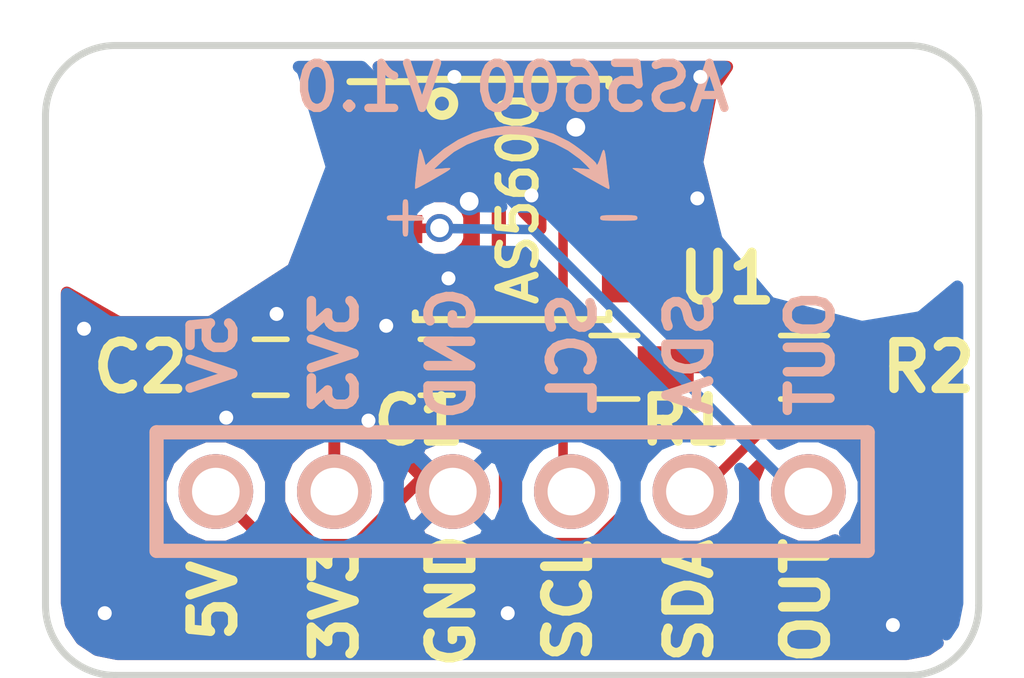
<source format=kicad_pcb>
(kicad_pcb (version 20171130) (host pcbnew "(5.1.9)-1")

  (general
    (thickness 1.6)
    (drawings 22)
    (tracks 76)
    (zones 0)
    (modules 22)
    (nets 7)
  )

  (page A4)
  (layers
    (0 F.Cu signal)
    (31 B.Cu signal)
    (32 B.Adhes user)
    (33 F.Adhes user)
    (34 B.Paste user)
    (35 F.Paste user)
    (36 B.SilkS user)
    (37 F.SilkS user)
    (38 B.Mask user)
    (39 F.Mask user)
    (40 Dwgs.User user)
    (41 Cmts.User user)
    (42 Eco1.User user)
    (43 Eco2.User user)
    (44 Edge.Cuts user)
    (45 Margin user)
    (46 B.CrtYd user)
    (47 F.CrtYd user)
    (48 B.Fab user)
    (49 F.Fab user)
  )

  (setup
    (last_trace_width 0.2032)
    (trace_clearance 0.1778)
    (zone_clearance 0.254)
    (zone_45_only no)
    (trace_min 0.2)
    (via_size 0.6)
    (via_drill 0.4)
    (via_min_size 0.4)
    (via_min_drill 0.3)
    (uvia_size 0.3)
    (uvia_drill 0.1)
    (uvias_allowed no)
    (uvia_min_size 0.2)
    (uvia_min_drill 0.1)
    (edge_width 0.15)
    (segment_width 0.2)
    (pcb_text_width 0.3)
    (pcb_text_size 1.5 1.5)
    (mod_edge_width 0.15)
    (mod_text_size 1 1)
    (mod_text_width 0.15)
    (pad_size 0.6 0.6)
    (pad_drill 0.3)
    (pad_to_mask_clearance 0.2)
    (aux_axis_origin 30 120)
    (grid_origin 30 120)
    (visible_elements 7FFFFF7F)
    (pcbplotparams
      (layerselection 0x010f0_80000001)
      (usegerberextensions true)
      (usegerberattributes true)
      (usegerberadvancedattributes true)
      (creategerberjobfile true)
      (excludeedgelayer true)
      (linewidth 0.100000)
      (plotframeref false)
      (viasonmask false)
      (mode 1)
      (useauxorigin false)
      (hpglpennumber 1)
      (hpglpenspeed 20)
      (hpglpendiameter 15.000000)
      (psnegative false)
      (psa4output false)
      (plotreference true)
      (plotvalue true)
      (plotinvisibletext false)
      (padsonsilk false)
      (subtractmaskfromsilk true)
      (outputformat 1)
      (mirror false)
      (drillshape 0)
      (scaleselection 1)
      (outputdirectory "gerber/"))
  )

  (net 0 "")
  (net 1 +5V)
  (net 2 GND)
  (net 3 +3V3)
  (net 4 /OUT)
  (net 5 /SDA)
  (net 6 /SCL)

  (net_class Default "これは標準のネット クラスです。"
    (clearance 0.1778)
    (trace_width 0.2032)
    (via_dia 0.6)
    (via_drill 0.4)
    (uvia_dia 0.3)
    (uvia_drill 0.1)
    (add_net /OUT)
    (add_net /SCL)
    (add_net /SDA)
  )

  (net_class Power ""
    (clearance 0.1778)
    (trace_width 0.254)
    (via_dia 0.6)
    (via_drill 0.4)
    (uvia_dia 0.3)
    (uvia_drill 0.1)
    (add_net GND)
  )

  (net_class Power2 ""
    (clearance 0.1778)
    (trace_width 0.3048)
    (via_dia 0.7112)
    (via_drill 0.4572)
    (uvia_dia 0.3)
    (uvia_drill 0.1)
    (add_net +3V3)
    (add_net +5V)
  )

  (module user:USER_GNDvia (layer F.Cu) (tedit 597D569E) (tstamp 597DCCA3)
    (at 39.906 118.6665)
    (fp_text reference "" (at 0 0.5) (layer F.Fab) hide
      (effects (font (size 0.127 0.127) (thickness 0.03175)))
    )
    (fp_text value "" (at 0 -0.5) (layer F.Fab) hide
      (effects (font (size 0.127 0.127) (thickness 0.03175)))
    )
    (pad "" thru_hole circle (at 0 0) (size 0.6 0.6) (drill 0.3) (layers *.Cu)
      (net 2 GND) (solder_mask_margin -0.000001) (clearance -0.000001) (zone_connect 2))
  )

  (module user:USER_GNDvia (layer F.Cu) (tedit 597D580D) (tstamp 597DCC8E)
    (at 34.6355 114.6025)
    (fp_text reference "" (at 0 0.5) (layer F.Fab) hide
      (effects (font (size 0.127 0.127) (thickness 0.03175)))
    )
    (fp_text value "" (at 0 -0.5) (layer F.Fab) hide
      (effects (font (size 0.127 0.127) (thickness 0.03175)))
    )
    (pad "" thru_hole circle (at -0.762 -0.127) (size 0.6 0.6) (drill 0.3) (layers *.Cu)
      (net 2 GND) (solder_mask_margin -0.000001) (clearance -0.000001) (zone_connect 2))
  )

  (module user:USER_GNDvia (layer F.Cu) (tedit 597D569E) (tstamp 597DCC82)
    (at 37.3025 112.507)
    (fp_text reference "" (at 0 0.5) (layer F.Fab) hide
      (effects (font (size 0.127 0.127) (thickness 0.03175)))
    )
    (fp_text value "" (at 0 -0.5) (layer F.Fab) hide
      (effects (font (size 0.127 0.127) (thickness 0.03175)))
    )
    (pad "" thru_hole circle (at 0 0) (size 0.6 0.6) (drill 0.3) (layers *.Cu)
      (net 2 GND) (solder_mask_margin -0.000001) (clearance -0.000001) (zone_connect 2))
  )

  (module user:USER_GNDvia (layer F.Cu) (tedit 597D569E) (tstamp 597DCC7D)
    (at 38.636 111.491)
    (fp_text reference "" (at 0 0.5) (layer F.Fab) hide
      (effects (font (size 0.127 0.127) (thickness 0.03175)))
    )
    (fp_text value "" (at 0 -0.5) (layer F.Fab) hide
      (effects (font (size 0.127 0.127) (thickness 0.03175)))
    )
    (pad "" thru_hole circle (at 0 0) (size 0.6 0.6) (drill 0.3) (layers *.Cu)
      (net 2 GND) (solder_mask_margin -0.000001) (clearance -0.000001) (zone_connect 2))
  )

  (module user:USER_GNDvia (layer F.Cu) (tedit 597D5871) (tstamp 597DCC78)
    (at 34.445 112.3165)
    (fp_text reference "" (at 0 0.5) (layer F.Fab) hide
      (effects (font (size 0.127 0.127) (thickness 0.03175)))
    )
    (fp_text value "" (at 0 -0.5) (layer F.Fab) hide
      (effects (font (size 0.127 0.127) (thickness 0.03175)))
    )
    (pad "" thru_hole circle (at 0.508 -0.0635) (size 0.6 0.6) (drill 0.3) (layers *.Cu)
      (net 2 GND) (solder_mask_margin -0.000001) (clearance -0.000001) (zone_connect 2))
  )

  (module user:USER_GNDvia (layer F.Cu) (tedit 597D569E) (tstamp 597DCC73)
    (at 36.9215 114.539)
    (fp_text reference "" (at 0 0.5) (layer F.Fab) hide
      (effects (font (size 0.127 0.127) (thickness 0.03175)))
    )
    (fp_text value "" (at 0 -0.5) (layer F.Fab) hide
      (effects (font (size 0.127 0.127) (thickness 0.03175)))
    )
    (pad "" thru_hole circle (at 0 0) (size 0.6 0.6) (drill 0.3) (layers *.Cu)
      (net 2 GND) (solder_mask_margin -0.000001) (clearance -0.000001) (zone_connect 2))
  )

  (module user:USER_GNDvia (layer F.Cu) (tedit 597D569E) (tstamp 597DCC6E)
    (at 30.8255 112.5705)
    (fp_text reference "" (at 0 0.5) (layer F.Fab) hide
      (effects (font (size 0.127 0.127) (thickness 0.03175)))
    )
    (fp_text value "" (at 0 -0.5) (layer F.Fab) hide
      (effects (font (size 0.127 0.127) (thickness 0.03175)))
    )
    (pad "" thru_hole circle (at 0 0) (size 0.6 0.6) (drill 0.3) (layers *.Cu)
      (net 2 GND) (solder_mask_margin -0.000001) (clearance -0.000001) (zone_connect 2))
  )

  (module user:USER_GNDvia (layer F.Cu) (tedit 597D569E) (tstamp 597DCC69)
    (at 31.27 118.6665)
    (fp_text reference "" (at 0 0.5) (layer F.Fab) hide
      (effects (font (size 0.127 0.127) (thickness 0.03175)))
    )
    (fp_text value "" (at 0 -0.5) (layer F.Fab) hide
      (effects (font (size 0.127 0.127) (thickness 0.03175)))
    )
    (pad "" thru_hole circle (at 0 0) (size 0.6 0.6) (drill 0.3) (layers *.Cu)
      (net 2 GND) (solder_mask_margin -0.000001) (clearance -0.000001) (zone_connect 2))
  )

  (module user:USER_GNDvia (layer F.Cu) (tedit 597D569E) (tstamp 597DCC5F)
    (at 48.161 118.9205)
    (fp_text reference "" (at 0 0.5) (layer F.Fab) hide
      (effects (font (size 0.127 0.127) (thickness 0.03175)))
    )
    (fp_text value "" (at 0 -0.5) (layer F.Fab) hide
      (effects (font (size 0.127 0.127) (thickness 0.03175)))
    )
    (pad "" thru_hole circle (at 0 0) (size 0.6 0.6) (drill 0.3) (layers *.Cu)
      (net 2 GND) (solder_mask_margin -0.000001) (clearance -0.000001) (zone_connect 2))
  )

  (module user:USER_GNDvia (layer F.Cu) (tedit 597D569E) (tstamp 597DCC53)
    (at 40.414 109.713)
    (fp_text reference "" (at 0 0.5) (layer F.Fab) hide
      (effects (font (size 0.127 0.127) (thickness 0.03175)))
    )
    (fp_text value "" (at 0 -0.5) (layer F.Fab) hide
      (effects (font (size 0.127 0.127) (thickness 0.03175)))
    )
    (pad "" thru_hole circle (at 0 0) (size 0.6 0.6) (drill 0.3) (layers *.Cu)
      (net 2 GND) (solder_mask_margin -0.000001) (clearance -0.000001) (zone_connect 2))
  )

  (module user:USER_GNDvia (layer F.Cu) (tedit 597D569E) (tstamp 597DCC4E)
    (at 38.763 107.173)
    (fp_text reference "" (at 0 0.5) (layer F.Fab) hide
      (effects (font (size 0.127 0.127) (thickness 0.03175)))
    )
    (fp_text value "" (at 0 -0.5) (layer F.Fab) hide
      (effects (font (size 0.127 0.127) (thickness 0.03175)))
    )
    (pad "" thru_hole circle (at 0 0) (size 0.6 0.6) (drill 0.3) (layers *.Cu)
      (net 2 GND) (solder_mask_margin -0.000001) (clearance -0.000001) (zone_connect 2))
  )

  (module user:USER_GNDvia (layer F.Cu) (tedit 597D569E) (tstamp 597DCC43)
    (at 43.97 109.7765)
    (fp_text reference "" (at 0 0.5) (layer F.Fab) hide
      (effects (font (size 0.127 0.127) (thickness 0.03175)))
    )
    (fp_text value "" (at 0 -0.5) (layer F.Fab) hide
      (effects (font (size 0.127 0.127) (thickness 0.03175)))
    )
    (pad "" thru_hole circle (at 0 0) (size 0.6 0.6) (drill 0.3) (layers *.Cu)
      (net 2 GND) (solder_mask_margin -0.000001) (clearance -0.000001) (zone_connect 2))
  )

  (module Capacitors_SMD:C_0603_HandSoldering placed (layer F.Cu) (tedit 59742668) (tstamp 594FA25D)
    (at 38.382 113.396 180)
    (descr "Capacitor SMD 0603, hand soldering")
    (tags "capacitor 0603")
    (path /594F4454)
    (attr smd)
    (fp_text reference C1 (at 0.381 -1.143 180) (layer F.SilkS)
      (effects (font (size 0.9652 0.9652) (thickness 0.2032)))
    )
    (fp_text value 0.1u (at 0 1.5 180) (layer F.Fab) hide
      (effects (font (size 1 1) (thickness 0.15)))
    )
    (fp_line (start 1.8 0.65) (end -1.8 0.65) (layer F.CrtYd) (width 0.05))
    (fp_line (start 1.8 0.65) (end 1.8 -0.65) (layer F.CrtYd) (width 0.05))
    (fp_line (start -1.8 -0.65) (end -1.8 0.65) (layer F.CrtYd) (width 0.05))
    (fp_line (start -1.8 -0.65) (end 1.8 -0.65) (layer F.CrtYd) (width 0.05))
    (fp_line (start 0.35 0.6) (end -0.35 0.6) (layer F.SilkS) (width 0.12))
    (fp_line (start -0.35 -0.6) (end 0.35 -0.6) (layer F.SilkS) (width 0.12))
    (fp_line (start -0.8 -0.4) (end 0.8 -0.4) (layer F.Fab) (width 0.1))
    (fp_line (start 0.8 -0.4) (end 0.8 0.4) (layer F.Fab) (width 0.1))
    (fp_line (start 0.8 0.4) (end -0.8 0.4) (layer F.Fab) (width 0.1))
    (fp_line (start -0.8 0.4) (end -0.8 -0.4) (layer F.Fab) (width 0.1))
    (fp_text user %R (at 0 -1.25 180) (layer F.Fab) hide
      (effects (font (size 1 1) (thickness 0.15)))
    )
    (pad 1 smd rect (at -0.95 0 180) (size 1.2 0.75) (layers F.Cu F.Paste F.Mask)
      (net 1 +5V))
    (pad 2 smd rect (at 0.95 0 180) (size 1.2 0.75) (layers F.Cu F.Paste F.Mask)
      (net 2 GND))
    (model Capacitors_SMD.3dshapes/C_0603.wrl
      (at (xyz 0 0 0))
      (scale (xyz 1 1 1))
      (rotate (xyz 0 0 0))
    )
  )

  (module Capacitors_SMD:C_0603_HandSoldering placed (layer F.Cu) (tedit 59742313) (tstamp 594FA26E)
    (at 34.826 113.396 180)
    (descr "Capacitor SMD 0603, hand soldering")
    (tags "capacitor 0603")
    (path /594F4545)
    (attr smd)
    (fp_text reference C2 (at 2.794 0) (layer F.SilkS)
      (effects (font (size 1.016 1.016) (thickness 0.2032)))
    )
    (fp_text value 1u (at 0 1.5 180) (layer F.Fab) hide
      (effects (font (size 1 1) (thickness 0.15)))
    )
    (fp_line (start 1.8 0.65) (end -1.8 0.65) (layer F.CrtYd) (width 0.05))
    (fp_line (start 1.8 0.65) (end 1.8 -0.65) (layer F.CrtYd) (width 0.05))
    (fp_line (start -1.8 -0.65) (end -1.8 0.65) (layer F.CrtYd) (width 0.05))
    (fp_line (start -1.8 -0.65) (end 1.8 -0.65) (layer F.CrtYd) (width 0.05))
    (fp_line (start 0.35 0.6) (end -0.35 0.6) (layer F.SilkS) (width 0.12))
    (fp_line (start -0.35 -0.6) (end 0.35 -0.6) (layer F.SilkS) (width 0.12))
    (fp_line (start -0.8 -0.4) (end 0.8 -0.4) (layer F.Fab) (width 0.1))
    (fp_line (start 0.8 -0.4) (end 0.8 0.4) (layer F.Fab) (width 0.1))
    (fp_line (start 0.8 0.4) (end -0.8 0.4) (layer F.Fab) (width 0.1))
    (fp_line (start -0.8 0.4) (end -0.8 -0.4) (layer F.Fab) (width 0.1))
    (fp_text user %R (at 0 -1.25 180) (layer F.Fab) hide
      (effects (font (size 1 1) (thickness 0.15)))
    )
    (pad 1 smd rect (at -0.95 0 180) (size 1.2 0.75) (layers F.Cu F.Paste F.Mask)
      (net 3 +3V3))
    (pad 2 smd rect (at 0.95 0 180) (size 1.2 0.75) (layers F.Cu F.Paste F.Mask)
      (net 2 GND))
    (model Capacitors_SMD.3dshapes/C_0603.wrl
      (at (xyz 0 0 0))
      (scale (xyz 1 1 1))
      (rotate (xyz 0 0 0))
    )
  )

  (module Housings_SOIC:SOIC-8_3.9x4.9mm_Pitch1.27mm locked placed (layer F.Cu) (tedit 597D5911) (tstamp 594FA28B)
    (at 40 109.8)
    (descr "8-Lead Plastic Small Outline (SN) - Narrow, 3.90 mm Body [SOIC] (see Microchip Packaging Specification 00000049BS.pdf)")
    (tags "SOIC 1.27")
    (path /594F3E3A)
    (attr smd)
    (fp_text reference U1 (at 4.605 1.691) (layer F.SilkS)
      (effects (font (size 1.016 1.016) (thickness 0.2032)))
    )
    (fp_text value AS5600 (at 0.132 -0.016 90) (layer F.SilkS)
      (effects (font (size 0.8 0.8) (thickness 0.15)))
    )
    (fp_line (start -2.075 -2.525) (end -3.475 -2.525) (layer F.SilkS) (width 0.15))
    (fp_line (start -2.075 2.575) (end 2.075 2.575) (layer F.SilkS) (width 0.15))
    (fp_line (start -2.075 -2.575) (end 2.075 -2.575) (layer F.SilkS) (width 0.15))
    (fp_line (start -2.075 2.575) (end -2.075 2.43) (layer F.SilkS) (width 0.15))
    (fp_line (start 2.075 2.575) (end 2.075 2.43) (layer F.SilkS) (width 0.15))
    (fp_line (start 2.075 -2.575) (end 2.075 -2.43) (layer F.SilkS) (width 0.15))
    (fp_line (start -2.075 -2.575) (end -2.075 -2.525) (layer F.SilkS) (width 0.15))
    (fp_line (start -3.73 2.7) (end 3.73 2.7) (layer F.CrtYd) (width 0.05))
    (fp_line (start -3.73 -2.7) (end 3.73 -2.7) (layer F.CrtYd) (width 0.05))
    (fp_line (start 3.73 -2.7) (end 3.73 2.7) (layer F.CrtYd) (width 0.05))
    (fp_line (start -3.73 -2.7) (end -3.73 2.7) (layer F.CrtYd) (width 0.05))
    (fp_line (start -1.95 -1.45) (end -0.95 -2.45) (layer F.Fab) (width 0.1))
    (fp_line (start -1.95 2.45) (end -1.95 -1.45) (layer F.Fab) (width 0.1))
    (fp_line (start 1.95 2.45) (end -1.95 2.45) (layer F.Fab) (width 0.1))
    (fp_line (start 1.95 -2.45) (end 1.95 2.45) (layer F.Fab) (width 0.1))
    (fp_line (start -0.95 -2.45) (end 1.95 -2.45) (layer F.Fab) (width 0.1))
    (fp_text user %R (at 0.132 -0.016) (layer F.Fab) hide
      (effects (font (size 0.762 0.762) (thickness 0.15)))
    )
    (pad 1 smd rect (at -2.7 -1.905) (size 1.55 0.6) (layers F.Cu F.Paste F.Mask)
      (net 1 +5V))
    (pad 2 smd rect (at -2.7 -0.635) (size 1.55 0.6) (layers F.Cu F.Paste F.Mask)
      (net 3 +3V3))
    (pad 3 smd rect (at -2.7 0.635) (size 1.55 0.6) (layers F.Cu F.Paste F.Mask)
      (net 4 /OUT))
    (pad 4 smd rect (at -2.7 1.905) (size 1.55 0.6) (layers F.Cu F.Paste F.Mask)
      (net 2 GND))
    (pad 5 smd rect (at 2.7 1.905) (size 1.55 0.6) (layers F.Cu F.Paste F.Mask))
    (pad 6 smd rect (at 2.7 0.635) (size 1.55 0.6) (layers F.Cu F.Paste F.Mask)
      (net 5 /SDA))
    (pad 7 smd rect (at 2.7 -0.635) (size 1.55 0.6) (layers F.Cu F.Paste F.Mask)
      (net 6 /SCL))
    (pad 8 smd rect (at 2.7 -1.905) (size 1.55 0.6) (layers F.Cu F.Paste F.Mask)
      (net 2 GND))
    (model Housings_SOIC.3dshapes/SOIC-8_3.9x4.9mm_Pitch1.27mm.wrl
      (at (xyz 0 0 0))
      (scale (xyz 1 1 1))
      (rotate (xyz 0 0 0))
    )
  )

  (module user:USER_SIL-6 placed (layer B.Cu) (tedit 54DC6938) (tstamp 594FA2B7)
    (at 40 116.06)
    (descr "Connecteur 3 pins")
    (tags "CONN DEV")
    (path /594F3E81)
    (fp_text reference P1 (at 0 2.032) (layer B.SilkS) hide
      (effects (font (size 1.016 1.016) (thickness 0.1778)) (justify mirror))
    )
    (fp_text value CONN_01X06 (at 0 -2.54) (layer B.SilkS) hide
      (effects (font (size 1.016 1.016) (thickness 0.1778)) (justify mirror))
    )
    (fp_line (start 7.62 -1.27) (end -7.62 -1.27) (layer B.SilkS) (width 0.3048))
    (fp_line (start 7.62 1.27) (end 7.62 -1.27) (layer B.SilkS) (width 0.3048))
    (fp_line (start -7.62 1.27) (end 7.62 1.27) (layer B.SilkS) (width 0.3048))
    (fp_line (start -7.62 -1.27) (end -7.62 1.27) (layer B.SilkS) (width 0.3048))
    (pad 1 thru_hole circle (at -6.35 0) (size 1.6 1.6) (drill 1.02) (layers *.Cu *.Mask B.SilkS)
      (net 1 +5V))
    (pad 2 thru_hole circle (at -3.81 0) (size 1.6 1.6) (drill 1.02) (layers *.Cu *.Mask B.SilkS)
      (net 3 +3V3))
    (pad 3 thru_hole circle (at -1.27 0) (size 1.6 1.6) (drill 1.02) (layers *.Cu *.Mask B.SilkS)
      (net 2 GND))
    (pad 4 thru_hole circle (at 1.27 0) (size 1.6 1.6) (drill 1.02) (layers *.Cu *.Mask B.SilkS)
      (net 6 /SCL))
    (pad 5 thru_hole circle (at 3.81 0) (size 1.6 1.6) (drill 1.02) (layers *.Cu *.Mask B.SilkS)
      (net 5 /SDA))
    (pad 6 thru_hole circle (at 6.35 0) (size 1.6 1.6) (drill 1.02) (layers *.Cu *.Mask B.SilkS)
      (net 4 /OUT))
  )

  (module Resistors_SMD:R_0603_HandSoldering placed (layer F.Cu) (tedit 5974265E) (tstamp 594FA2C8)
    (at 42.192 113.396 180)
    (descr "Resistor SMD 0603, hand soldering")
    (tags "resistor 0603")
    (path /594F42E7)
    (attr smd)
    (fp_text reference R1 (at -1.524 -1.143 180) (layer F.SilkS)
      (effects (font (size 0.9652 0.9652) (thickness 0.2032)))
    )
    (fp_text value 3.9k (at 0 1.55 180) (layer F.Fab) hide
      (effects (font (size 1 1) (thickness 0.15)))
    )
    (fp_line (start 1.95 0.7) (end -1.96 0.7) (layer F.CrtYd) (width 0.05))
    (fp_line (start 1.95 0.7) (end 1.95 -0.7) (layer F.CrtYd) (width 0.05))
    (fp_line (start -1.96 -0.7) (end -1.96 0.7) (layer F.CrtYd) (width 0.05))
    (fp_line (start -1.96 -0.7) (end 1.95 -0.7) (layer F.CrtYd) (width 0.05))
    (fp_line (start -0.5 -0.68) (end 0.5 -0.68) (layer F.SilkS) (width 0.12))
    (fp_line (start 0.5 0.68) (end -0.5 0.68) (layer F.SilkS) (width 0.12))
    (fp_line (start -0.8 -0.4) (end 0.8 -0.4) (layer F.Fab) (width 0.1))
    (fp_line (start 0.8 -0.4) (end 0.8 0.4) (layer F.Fab) (width 0.1))
    (fp_line (start 0.8 0.4) (end -0.8 0.4) (layer F.Fab) (width 0.1))
    (fp_line (start -0.8 0.4) (end -0.8 -0.4) (layer F.Fab) (width 0.1))
    (fp_text user %R (at 0 0 180) (layer F.Fab) hide
      (effects (font (size 0.5 0.5) (thickness 0.075)))
    )
    (pad 1 smd rect (at -1.1 0 180) (size 1.2 0.9) (layers F.Cu F.Paste F.Mask)
      (net 1 +5V))
    (pad 2 smd rect (at 1.1 0 180) (size 1.2 0.9) (layers F.Cu F.Paste F.Mask)
      (net 6 /SCL))
    (model ${KISYS3DMOD}/Resistors_SMD.3dshapes/R_0603.wrl
      (at (xyz 0 0 0))
      (scale (xyz 1 1 1))
      (rotate (xyz 0 0 0))
    )
  )

  (module Resistors_SMD:R_0603_HandSoldering placed (layer F.Cu) (tedit 59742362) (tstamp 594FA2D9)
    (at 46.256 113.396)
    (descr "Resistor SMD 0603, hand soldering")
    (tags "resistor 0603")
    (path /594F4FF9)
    (attr smd)
    (fp_text reference R2 (at 2.667 0 180) (layer F.SilkS)
      (effects (font (size 1 1) (thickness 0.2032)))
    )
    (fp_text value 3.9k (at 0 1.55) (layer F.Fab) hide
      (effects (font (size 1 1) (thickness 0.15)))
    )
    (fp_line (start 1.95 0.7) (end -1.96 0.7) (layer F.CrtYd) (width 0.05))
    (fp_line (start 1.95 0.7) (end 1.95 -0.7) (layer F.CrtYd) (width 0.05))
    (fp_line (start -1.96 -0.7) (end -1.96 0.7) (layer F.CrtYd) (width 0.05))
    (fp_line (start -1.96 -0.7) (end 1.95 -0.7) (layer F.CrtYd) (width 0.05))
    (fp_line (start -0.5 -0.68) (end 0.5 -0.68) (layer F.SilkS) (width 0.12))
    (fp_line (start 0.5 0.68) (end -0.5 0.68) (layer F.SilkS) (width 0.12))
    (fp_line (start -0.8 -0.4) (end 0.8 -0.4) (layer F.Fab) (width 0.1))
    (fp_line (start 0.8 -0.4) (end 0.8 0.4) (layer F.Fab) (width 0.1))
    (fp_line (start 0.8 0.4) (end -0.8 0.4) (layer F.Fab) (width 0.1))
    (fp_line (start -0.8 0.4) (end -0.8 -0.4) (layer F.Fab) (width 0.1))
    (fp_text user %R (at 0 0) (layer F.Fab) hide
      (effects (font (size 0.5 0.5) (thickness 0.075)))
    )
    (pad 1 smd rect (at -1.1 0) (size 1.2 0.9) (layers F.Cu F.Paste F.Mask)
      (net 1 +5V))
    (pad 2 smd rect (at 1.1 0) (size 1.2 0.9) (layers F.Cu F.Paste F.Mask)
      (net 5 /SDA))
    (model ${KISYS3DMOD}/Resistors_SMD.3dshapes/R_0603.wrl
      (at (xyz 0 0 0))
      (scale (xyz 1 1 1))
      (rotate (xyz 0 0 0))
    )
  )

  (module Mounting_Holes:MountingHole_3.2mm_M3 (layer F.Cu) (tedit 597422B9) (tstamp 5974403A)
    (at 32.5 109)
    (descr "Mounting Hole 3.2mm, no annular, M3")
    (tags "mounting hole 3.2mm no annular m3")
    (path /59741010)
    (fp_text reference P2 (at 0 -4.2) (layer F.SilkS) hide
      (effects (font (size 1 1) (thickness 0.15)))
    )
    (fp_text value MountHole_M3 (at 0 4.2) (layer F.Fab) hide
      (effects (font (size 1 1) (thickness 0.15)))
    )
    (fp_circle (center 0 0) (end 3.45 0) (layer F.CrtYd) (width 0.05))
    (fp_circle (center 0 0) (end 3.2 0) (layer Cmts.User) (width 0.15))
    (pad 1 np_thru_hole circle (at 0 0) (size 3.2 3.2) (drill 3.2) (layers *.Cu *.Mask))
  )

  (module Mounting_Holes:MountingHole_3.2mm_M3 (layer F.Cu) (tedit 597422B6) (tstamp 59744041)
    (at 47.5 109)
    (descr "Mounting Hole 3.2mm, no annular, M3")
    (tags "mounting hole 3.2mm no annular m3")
    (path /59741205)
    (fp_text reference P3 (at 0 -4.2) (layer F.SilkS) hide
      (effects (font (size 1 1) (thickness 0.15)))
    )
    (fp_text value MountHole_M3 (at 0 4.2) (layer F.Fab) hide
      (effects (font (size 1 1) (thickness 0.15)))
    )
    (fp_circle (center 0 0) (end 3.45 0) (layer F.CrtYd) (width 0.05))
    (fp_circle (center 0 0) (end 3.2 0) (layer Cmts.User) (width 0.15))
    (pad 1 np_thru_hole circle (at 0 0) (size 3.2 3.2) (drill 3.2) (layers *.Cu *.Mask))
  )

  (module logos:Logo_DirRot_v01 (layer B.Cu) (tedit 0) (tstamp 597440B2)
    (at 40 109.8 180)
    (path /59741E29)
    (fp_text reference G1 (at 0 0 180) (layer B.SilkS) hide
      (effects (font (size 1.524 1.524) (thickness 0.3)) (justify mirror))
    )
    (fp_text value LOGO (at 0.75 0 180) (layer B.SilkS) hide
      (effects (font (size 1.524 1.524) (thickness 0.3)) (justify mirror))
    )
    (fp_poly (pts (xy 0.492917 1.52099) (xy 0.829835 1.423992) (xy 1.153311 1.277949) (xy 1.457971 1.083556)
      (xy 1.710726 0.868716) (xy 1.855119 0.729049) (xy 1.905725 0.916004) (xy 1.93315 1.005266)
      (xy 1.957734 1.064361) (xy 1.974447 1.081376) (xy 1.975225 1.080646) (xy 1.985156 1.046099)
      (xy 1.998795 0.968464) (xy 2.014703 0.859834) (xy 2.031439 0.732302) (xy 2.047564 0.59796)
      (xy 2.061637 0.468902) (xy 2.07222 0.357219) (xy 2.077872 0.275006) (xy 2.077154 0.234355)
      (xy 2.076221 0.232369) (xy 2.0485 0.240951) (xy 1.9814 0.273403) (xy 1.884173 0.324941)
      (xy 1.766071 0.390781) (xy 1.730189 0.411319) (xy 1.566546 0.505509) (xy 1.448106 0.574677)
      (xy 1.37138 0.622351) (xy 1.332879 0.652056) (xy 1.329115 0.667322) (xy 1.356599 0.671674)
      (xy 1.411841 0.66864) (xy 1.481667 0.662573) (xy 1.679222 0.645575) (xy 1.483076 0.833044)
      (xy 1.244942 1.023625) (xy 0.970709 1.179234) (xy 0.671011 1.296559) (xy 0.356477 1.372289)
      (xy 0.037739 1.403112) (xy -0.274572 1.385716) (xy -0.285908 1.384098) (xy -0.608491 1.313724)
      (xy -0.917003 1.201244) (xy -1.201307 1.051701) (xy -1.451266 0.870139) (xy -1.594555 0.733006)
      (xy -1.679222 0.641675) (xy -1.488722 0.66029) (xy -1.393551 0.668021) (xy -1.325255 0.670577)
      (xy -1.298244 0.66743) (xy -1.298222 0.667255) (xy -1.321266 0.649894) (xy -1.383597 0.611184)
      (xy -1.47502 0.556924) (xy -1.585336 0.492915) (xy -1.704348 0.424957) (xy -1.821858 0.35885)
      (xy -1.927669 0.300394) (xy -2.011584 0.25539) (xy -2.063403 0.229638) (xy -2.074399 0.225778)
      (xy -2.08449 0.24884) (xy -2.079624 0.289278) (xy -2.070727 0.342125) (xy -2.057996 0.437)
      (xy -2.043229 0.55977) (xy -2.030227 0.677333) (xy -2.011059 0.849073) (xy -1.994715 0.968103)
      (xy -1.979463 1.037971) (xy -1.963568 1.062227) (xy -1.945301 1.04442) (xy -1.922926 0.988101)
      (xy -1.905476 0.932905) (xy -1.872433 0.835759) (xy -1.842062 0.766914) (xy -1.818752 0.734134)
      (xy -1.806893 0.745183) (xy -1.806222 0.757372) (xy -1.784685 0.791265) (xy -1.726474 0.849671)
      (xy -1.641192 0.924787) (xy -1.538442 1.008805) (xy -1.427825 1.093922) (xy -1.318944 1.172331)
      (xy -1.221401 1.236227) (xy -1.205152 1.245959) (xy -0.881658 1.40462) (xy -0.544729 1.510757)
      (xy -0.19974 1.565068) (xy 0.147934 1.568247) (xy 0.492917 1.52099)) (layer B.SilkS) (width 0.01))
    (fp_poly (pts (xy -2.129648 -0.339085) (xy -2.021065 -0.341168) (xy -1.951577 -0.346153) (xy -1.912508 -0.35528)
      (xy -1.895186 -0.369787) (xy -1.890935 -0.390916) (xy -1.890889 -0.395111) (xy -1.89382 -0.417447)
      (xy -1.908396 -0.432959) (xy -1.943291 -0.442886) (xy -2.007179 -0.448467) (xy -2.108735 -0.450942)
      (xy -2.256633 -0.451549) (xy -2.286 -0.451556) (xy -2.442352 -0.451137) (xy -2.550935 -0.449055)
      (xy -2.620423 -0.44407) (xy -2.659492 -0.434943) (xy -2.676814 -0.420435) (xy -2.681064 -0.399306)
      (xy -2.681111 -0.395111) (xy -2.67818 -0.372775) (xy -2.663604 -0.357263) (xy -2.628709 -0.347336)
      (xy -2.564821 -0.341755) (xy -2.463265 -0.33928) (xy -2.315367 -0.338673) (xy -2.286 -0.338667)
      (xy -2.129648 -0.339085)) (layer B.SilkS) (width 0.01))
    (fp_poly (pts (xy 2.317525 -0.006179) (xy 2.33456 -0.03332) (xy 2.341407 -0.094332) (xy 2.342445 -0.169333)
      (xy 2.342445 -0.338667) (xy 2.511778 -0.338667) (xy 2.606354 -0.340726) (xy 2.657458 -0.349773)
      (xy 2.677998 -0.370111) (xy 2.681111 -0.395111) (xy 2.674933 -0.426636) (xy 2.647791 -0.443671)
      (xy 2.586779 -0.450518) (xy 2.511778 -0.451556) (xy 2.342445 -0.451556) (xy 2.342445 -0.620889)
      (xy 2.340385 -0.715465) (xy 2.331338 -0.766569) (xy 2.311 -0.787109) (xy 2.286 -0.790222)
      (xy 2.254475 -0.784044) (xy 2.23744 -0.756902) (xy 2.230593 -0.69589) (xy 2.229556 -0.620889)
      (xy 2.229556 -0.451556) (xy 2.058153 -0.451556) (xy 1.963095 -0.449452) (xy 1.912701 -0.440763)
      (xy 1.895272 -0.421923) (xy 1.896149 -0.402167) (xy 1.914185 -0.372273) (xy 1.962296 -0.354653)
      (xy 2.052853 -0.345131) (xy 2.067552 -0.344314) (xy 2.229556 -0.33585) (xy 2.229556 -0.167925)
      (xy 2.23165 -0.073827) (xy 2.240834 -0.023154) (xy 2.261463 -0.002951) (xy 2.286 0)
      (xy 2.317525 -0.006179)) (layer B.SilkS) (width 0.01))
  )

  (module user:USER_GNDvia (layer F.Cu) (tedit 597D569E) (tstamp 597DCC32)
    (at 44.0335 107.173)
    (fp_text reference "" (at 0 0.5) (layer F.Fab) hide
      (effects (font (size 0.127 0.127) (thickness 0.03175)))
    )
    (fp_text value "" (at 0 -0.5) (layer F.Fab) hide
      (effects (font (size 0.127 0.127) (thickness 0.03175)))
    )
    (pad "" thru_hole circle (at 0 0) (size 0.6 0.6) (drill 0.3) (layers *.Cu)
      (net 2 GND) (solder_mask_margin -0.000001) (clearance -0.000001) (zone_connect 2))
  )

  (gr_arc (start 31.5 118.5) (end 31.5 120) (angle 90) (layer Edge.Cuts) (width 0.15))
  (gr_arc (start 31.5 108) (end 30 108) (angle 90) (layer Edge.Cuts) (width 0.15))
  (gr_arc (start 48.5 108) (end 48.5 106.5) (angle 90) (layer Edge.Cuts) (width 0.15))
  (gr_arc (start 48.5 118.5) (end 50 118.5) (angle 90) (layer Edge.Cuts) (width 0.15))
  (gr_text "AS5600 V1.0" (at 40 107.4) (layer B.SilkS)
    (effects (font (size 0.9652 0.9652) (thickness 0.1778)) (justify mirror))
  )
  (gr_line (start 31.5 120) (end 48.5 120) (angle 90) (layer Edge.Cuts) (width 0.15))
  (gr_line (start 50 108) (end 50 118.5) (angle 90) (layer Edge.Cuts) (width 0.15))
  (gr_line (start 31.5 106.5) (end 48.5 106.5) (angle 90) (layer Edge.Cuts) (width 0.15))
  (gr_line (start 30 118.5) (end 30 108) (angle 90) (layer Edge.Cuts) (width 0.15))
  (gr_text 3V3 (at 36.2 113.1 90) (layer B.SilkS)
    (effects (font (size 0.9144 0.9144) (thickness 0.2032)) (justify mirror))
  )
  (gr_text GND (at 38.7 113.1 90) (layer B.SilkS)
    (effects (font (size 0.9144 0.9144) (thickness 0.2032)) (justify mirror))
  )
  (gr_text SCL (at 41.3 113.1 90) (layer B.SilkS)
    (effects (font (size 0.9144 0.9144) (thickness 0.2032)) (justify mirror))
  )
  (gr_text SDA (at 43.8 113.1 90) (layer B.SilkS)
    (effects (font (size 0.9144 0.9144) (thickness 0.2032)) (justify mirror))
  )
  (gr_text OUT (at 46.4 113.1 90) (layer B.SilkS)
    (effects (font (size 0.9144 0.9144) (thickness 0.2032)) (justify mirror))
  )
  (gr_text 5V (at 33.6 113.1 90) (layer B.SilkS)
    (effects (font (size 0.9144 0.9144) (thickness 0.2032)) (justify mirror))
  )
  (gr_circle (center 38.496 107.746) (end 38.746 107.746) (layer F.SilkS) (width 0.2))
  (gr_text OUT (at 46.3 118.4 90) (layer F.SilkS)
    (effects (font (size 0.9144 0.9144) (thickness 0.2032)))
  )
  (gr_text SDA (at 43.8 118.4 90) (layer F.SilkS)
    (effects (font (size 0.9144 0.9144) (thickness 0.2032)))
  )
  (gr_text SCL (at 41.2 118.4 90) (layer F.SilkS)
    (effects (font (size 0.9144 0.9144) (thickness 0.2032)))
  )
  (gr_text 5V (at 33.6 118.4 90) (layer F.SilkS)
    (effects (font (size 0.9144 0.9144) (thickness 0.2032)))
  )
  (gr_text GND (at 38.7 118.4 90) (layer F.SilkS)
    (effects (font (size 0.9144 0.9144) (thickness 0.2032)))
  )
  (gr_text 3V3 (at 36.2 118.4 90) (layer F.SilkS)
    (effects (font (size 0.9144 0.9144) (thickness 0.2032)))
  )

  (segment (start 37.3 107.895) (end 38.088 107.895) (width 0.3048) (layer F.Cu) (net 1))
  (segment (start 39.332 112.6365) (end 39.332 113.396) (width 0.3048) (layer F.Cu) (net 1) (tstamp 597DCC29))
  (segment (start 39.7155 112.253) (end 39.332 112.6365) (width 0.3048) (layer F.Cu) (net 1) (tstamp 597DCC28))
  (segment (start 39.7155 109.5225) (end 39.7155 112.253) (width 0.3048) (layer F.Cu) (net 1) (tstamp 597DCC26))
  (segment (start 38.088 107.895) (end 39.7155 109.5225) (width 0.3048) (layer F.Cu) (net 1) (tstamp 597DCC25))
  (segment (start 39.8434 117.1791) (end 41.753 117.1791) (width 0.254) (layer F.Cu) (net 1))
  (segment (start 43.292 113.396) (end 43.292 114.1511) (width 0.254) (layer F.Cu) (net 1))
  (segment (start 42.54 114.9031) (end 43.292 114.1511) (width 0.254) (layer F.Cu) (net 1))
  (segment (start 42.54 116.3921) (end 42.54 114.9031) (width 0.254) (layer F.Cu) (net 1))
  (segment (start 41.753 117.1791) (end 42.54 116.3921) (width 0.254) (layer F.Cu) (net 1))
  (segment (start 37.3 107.895) (end 37.961 107.895) (width 0.3048) (layer F.Cu) (net 1))
  (segment (start 39.332 113.396) (end 39.332 114.0761) (width 0.254) (layer F.Cu) (net 1))
  (segment (start 39.8434 114.5875) (end 39.332 114.0761) (width 0.254) (layer F.Cu) (net 1))
  (segment (start 39.8434 117.1791) (end 39.8434 114.5875) (width 0.254) (layer F.Cu) (net 1))
  (segment (start 45.156 113.396) (end 43.292 113.396) (width 0.254) (layer F.Cu) (net 1))
  (segment (start 39.3885 117.634) (end 39.8434 117.1791) (width 0.254) (layer F.Cu) (net 1))
  (segment (start 35.224 117.634) (end 39.3885 117.634) (width 0.254) (layer F.Cu) (net 1))
  (segment (start 33.65 116.06) (end 35.224 117.634) (width 0.254) (layer F.Cu) (net 1))
  (segment (start 42.7 107.895) (end 41.724 107.895) (width 0.254) (layer F.Cu) (net 2) (status 400000))
  (segment (start 41.3665 108.2525) (end 40.668 108.2525) (width 0.254) (layer B.Cu) (net 2) (tstamp 597DCCDC))
  (via (at 41.3665 108.2525) (size 0.6) (drill 0.4) (layers F.Cu B.Cu) (net 2))
  (segment (start 41.724 107.895) (end 41.3665 108.2525) (width 0.254) (layer F.Cu) (net 2) (tstamp 597DCCDA))
  (segment (start 37.3 111.705) (end 38.2315 111.705) (width 0.254) (layer F.Cu) (net 2))
  (segment (start 38.2315 111.705) (end 39.0805 110.856) (width 0.254) (layer F.Cu) (net 2) (tstamp 597DCC1A))
  (segment (start 39.0805 110.856) (end 39.0805 109.84) (width 0.254) (layer F.Cu) (net 2) (tstamp 597DCC1B))
  (via (at 39.0805 109.84) (size 0.6) (drill 0.4) (layers F.Cu B.Cu) (net 2))
  (segment (start 39.0805 109.84) (end 40.668 108.2525) (width 0.254) (layer B.Cu) (net 2) (tstamp 597DCC1D))
  (segment (start 33.876 113.396) (end 33.876 114.0761) (width 0.254) (layer F.Cu) (net 2))
  (segment (start 38.434 115.764) (end 38.081 115.764) (width 0.254) (layer F.Cu) (net 2))
  (segment (start 38.73 116.06) (end 38.434 115.764) (width 0.254) (layer F.Cu) (net 2))
  (segment (start 34.8708 115.0709) (end 33.876 114.0761) (width 0.254) (layer F.Cu) (net 2))
  (segment (start 34.8708 116.3201) (end 34.8708 115.0709) (width 0.254) (layer F.Cu) (net 2))
  (segment (start 35.7525 117.2018) (end 34.8708 116.3201) (width 0.254) (layer F.Cu) (net 2))
  (segment (start 36.6432 117.2018) (end 35.7525 117.2018) (width 0.254) (layer F.Cu) (net 2))
  (segment (start 38.081 115.764) (end 36.6432 117.2018) (width 0.254) (layer F.Cu) (net 2))
  (segment (start 37.432 115.115) (end 37.432 113.396) (width 0.254) (layer F.Cu) (net 2))
  (segment (start 38.081 115.764) (end 37.432 115.115) (width 0.254) (layer F.Cu) (net 2))
  (segment (start 38.3801 112.1929) (end 38.3801 111.705) (width 0.254) (layer F.Cu) (net 2))
  (segment (start 37.8571 112.7159) (end 38.3801 112.1929) (width 0.254) (layer F.Cu) (net 2))
  (segment (start 37.432 112.7159) (end 37.8571 112.7159) (width 0.254) (layer F.Cu) (net 2))
  (segment (start 37.3 111.705) (end 38.3801 111.705) (width 0.254) (layer F.Cu) (net 2))
  (segment (start 37.432 113.396) (end 37.432 112.7159) (width 0.254) (layer F.Cu) (net 2))
  (segment (start 35.914 112.5779) (end 35.776 112.7159) (width 0.254) (layer F.Cu) (net 3))
  (segment (start 35.914 110.2707) (end 35.914 112.5779) (width 0.254) (layer F.Cu) (net 3))
  (segment (start 37.0197 109.165) (end 35.914 110.2707) (width 0.254) (layer F.Cu) (net 3))
  (segment (start 37.3 109.165) (end 37.0197 109.165) (width 0.254) (layer F.Cu) (net 3))
  (segment (start 35.776 113.396) (end 35.776 112.7159) (width 0.254) (layer F.Cu) (net 3))
  (segment (start 36.19 114.4901) (end 35.776 114.0761) (width 0.254) (layer F.Cu) (net 3))
  (segment (start 36.19 116.06) (end 36.19 114.4901) (width 0.254) (layer F.Cu) (net 3))
  (segment (start 35.776 113.396) (end 35.776 114.0761) (width 0.254) (layer F.Cu) (net 3))
  (segment (start 37.3 110.435) (end 38.4455 110.4115) (width 0.2032) (layer F.Cu) (net 4))
  (via (at 38.4455 110.4115) (size 0.6) (drill 0.4) (layers F.Cu B.Cu) (net 4))
  (segment (start 38.455 110.421) (end 40.4445 110.4445) (width 0.2032) (layer B.Cu) (net 4) (tstamp 597DCC0C))
  (segment (start 38.4455 110.4115) (end 38.455 110.421) (width 0.2032) (layer B.Cu) (net 4) (tstamp 597DCC0B))
  (segment (start 40.4445 110.4445) (end 46.06 116.06) (width 0.2032) (layer B.Cu) (net 4) (tstamp 597DCC0F))
  (segment (start 46.06 116.06) (end 46.35 116.06) (width 0.2032) (layer B.Cu) (net 4) (tstamp 597DCBC1))
  (segment (start 37.3 110.435) (end 37.565 110.435) (width 0.2032) (layer F.Cu) (net 4))
  (segment (start 46.35 115.85) (end 46.35 116.06) (width 0.2032) (layer B.Cu) (net 4) (tstamp 597DCBAF))
  (segment (start 47.356 113.396) (end 47.356 114.0105) (width 0.2032) (layer F.Cu) (net 5))
  (segment (start 47.145 114.2215) (end 45.8875 114.2215) (width 0.2032) (layer F.Cu) (net 5) (tstamp 597DCCB1))
  (segment (start 47.356 114.0105) (end 47.145 114.2215) (width 0.2032) (layer F.Cu) (net 5) (tstamp 597DCCB0))
  (segment (start 47.356 113.396) (end 47.356 112.845) (width 0.2032) (layer F.Cu) (net 5))
  (segment (start 47.2085 112.6975) (end 46.001876 112.6975) (width 0.2032) (layer F.Cu) (net 5) (tstamp 597DCCAA))
  (segment (start 47.356 112.845) (end 47.2085 112.6975) (width 0.2032) (layer F.Cu) (net 5) (tstamp 597DCCA9))
  (segment (start 47.356 113.396) (end 47.356 113.7608) (width 0.2032) (layer F.Cu) (net 5))
  (segment (start 42.7 110.435) (end 43.7547 110.435) (width 0.2032) (layer F.Cu) (net 5))
  (segment (start 46.001876 112.6975) (end 43.7547 110.4504) (width 0.2032) (layer F.Cu) (net 5) (tstamp 597DCCAD))
  (segment (start 43.7547 110.4504) (end 43.7547 110.435) (width 0.2032) (layer F.Cu) (net 5))
  (segment (start 44.049 116.06) (end 43.81 116.06) (width 0.2032) (layer F.Cu) (net 5))
  (segment (start 45.8875 114.2215) (end 44.049 116.06) (width 0.2032) (layer F.Cu) (net 5) (tstamp 597DCCB4))
  (segment (start 47.356 113.7608) (end 47.0651 113.7608) (width 0.2032) (layer F.Cu) (net 5))
  (segment (start 42.7 109.165) (end 41.6453 109.165) (width 0.2032) (layer F.Cu) (net 6))
  (segment (start 41.092 109.7183) (end 41.092 113.396) (width 0.2032) (layer F.Cu) (net 6))
  (segment (start 41.6453 109.165) (end 41.092 109.7183) (width 0.2032) (layer F.Cu) (net 6))
  (segment (start 41.092 115.882) (end 41.27 116.06) (width 0.2032) (layer F.Cu) (net 6))
  (segment (start 41.092 113.396) (end 41.092 115.882) (width 0.2032) (layer F.Cu) (net 6))

  (zone (net 0) (net_name "") (layer F.Cu) (tstamp 5974415B) (hatch edge 0.508)
    (connect_pads (clearance 0.254))
    (min_thickness 0.254)
    (keepout (tracks not_allowed) (vias not_allowed) (copperpour not_allowed))
    (fill (arc_segments 16) (thermal_gap 0.254) (thermal_bridge_width 0.3048))
    (polygon
      (pts
        (xy 49.8 111.3) (xy 48.8 112.2) (xy 47.5 112.4) (xy 45.6 111.9) (xy 44.5 110.6)
        (xy 44.1 109) (xy 44.4 107.5) (xy 45 106.6) (xy 49.3 106.7) (xy 49.8 107.5)
        (xy 49.9 111.2) (xy 49.8 111.3)
      )
    )
  )
  (zone (net 0) (net_name "") (layer B.Cu) (tstamp 5974415D) (hatch edge 0.508)
    (connect_pads (clearance 0.254))
    (min_thickness 0.254)
    (keepout (tracks not_allowed) (vias not_allowed) (copperpour not_allowed))
    (fill (arc_segments 16) (thermal_gap 0.254) (thermal_bridge_width 0.3048))
    (polygon
      (pts
        (xy 49.9 111.2) (xy 48.7 112.2) (xy 47.5 112.4) (xy 45.6 111.9) (xy 44.5 110.6)
        (xy 44.1 109) (xy 44.4 107.3) (xy 45.1 106.6) (xy 49.3 106.7) (xy 49.8 107.5)
        (xy 49.9 111.2)
      )
    )
  )
  (zone (net 0) (net_name "") (layer B.Cu) (tstamp 5974415E) (hatch edge 0.508)
    (connect_pads (clearance 0.254))
    (min_thickness 0.254)
    (keepout (tracks not_allowed) (vias not_allowed) (copperpour not_allowed))
    (fill (arc_segments 16) (thermal_gap 0.254) (thermal_bridge_width 0.3048))
    (polygon
      (pts
        (xy 35.4 107.1) (xy 36 109.1) (xy 35.2 111.2) (xy 33.5 112.3) (xy 31.4 112.3)
        (xy 30.2 111.5) (xy 30.1 107.3) (xy 30.9 106.6) (xy 34.8 106.6) (xy 35.4 107.1)
      )
    )
  )
  (zone (net 0) (net_name "") (layer F.Cu) (tstamp 59744161) (hatch edge 0.508)
    (connect_pads (clearance 0.254))
    (min_thickness 0.254)
    (keepout (tracks not_allowed) (vias not_allowed) (copperpour not_allowed))
    (fill (arc_segments 16) (thermal_gap 0.254) (thermal_bridge_width 0.3048))
    (polygon
      (pts
        (xy 30.2 111.5) (xy 31.6 112.3) (xy 33.5 112.3) (xy 35.2 111.2) (xy 36 109.1)
        (xy 35.4 107.1) (xy 34.8 106.6) (xy 30.9 106.6) (xy 30.1 107.3) (xy 30.2 111.5)
      )
    )
  )
  (zone (net 2) (net_name GND) (layer F.Cu) (tstamp 597DCC2C) (hatch edge 0.508)
    (connect_pads (clearance 0.254))
    (min_thickness 0.254)
    (fill yes (arc_segments 16) (thermal_gap 0.254) (thermal_bridge_width 0.3048) (smoothing chamfer) (radius 0.254))
    (polygon
      (pts
        (xy 50 120) (xy 30 120) (xy 30 106.5) (xy 50 106.5) (xy 50 120)
      )
    )
    (filled_polygon
      (pts
        (xy 35.406 112.372838) (xy 35.306669 112.521497) (xy 35.284582 112.632536) (xy 35.176 112.632536) (xy 35.03481 112.659103)
        (xy 34.905135 112.742546) (xy 34.822903 112.862897) (xy 34.798996 112.805181) (xy 34.69182 112.698004) (xy 34.551786 112.64)
        (xy 33.99665 112.64) (xy 33.9014 112.73525) (xy 33.9014 113.3706) (xy 33.9214 113.3706) (xy 33.9214 113.4214)
        (xy 33.9014 113.4214) (xy 33.9014 114.05675) (xy 33.99665 114.152) (xy 34.551786 114.152) (xy 34.69182 114.093996)
        (xy 34.798996 113.986819) (xy 34.823719 113.927133) (xy 34.897546 114.041865) (xy 35.024866 114.128859) (xy 35.176 114.159464)
        (xy 35.284582 114.159464) (xy 35.306669 114.270503) (xy 35.41679 114.43531) (xy 35.682 114.700521) (xy 35.682 114.992058)
        (xy 35.521891 115.058213) (xy 35.189381 115.390144) (xy 35.009206 115.824054) (xy 35.008796 116.293885) (xy 35.188213 116.728109)
        (xy 35.520144 117.060619) (xy 35.677599 117.126) (xy 35.43442 117.126) (xy 34.764359 116.455939) (xy 34.830794 116.295946)
        (xy 34.831204 115.826115) (xy 34.651787 115.391891) (xy 34.319856 115.059381) (xy 33.885946 114.879206) (xy 33.416115 114.878796)
        (xy 32.981891 115.058213) (xy 32.649381 115.390144) (xy 32.469206 115.824054) (xy 32.468796 116.293885) (xy 32.648213 116.728109)
        (xy 32.980144 117.060619) (xy 33.414054 117.240794) (xy 33.883885 117.241204) (xy 34.045858 117.174278) (xy 34.86479 117.99321)
        (xy 35.029596 118.103331) (xy 35.224 118.142) (xy 39.3885 118.142) (xy 39.582903 118.103331) (xy 39.74771 117.99321)
        (xy 40.05382 117.6871) (xy 41.753 117.6871) (xy 41.947403 117.648431) (xy 42.11221 117.53831) (xy 42.865262 116.785258)
        (xy 43.140144 117.060619) (xy 43.574054 117.240794) (xy 44.043885 117.241204) (xy 44.478109 117.061787) (xy 44.810619 116.729856)
        (xy 44.990794 116.295946) (xy 44.991204 115.826115) (xy 44.983655 115.807845) (xy 45.305947 115.485553) (xy 45.308644 115.48825)
        (xy 45.169206 115.824054) (xy 45.168796 116.293885) (xy 45.348213 116.728109) (xy 45.680144 117.060619) (xy 46.114054 117.240794)
        (xy 46.583885 117.241204) (xy 46.921924 117.10153) (xy 49.124236 119.303842) (xy 48.896103 119.456277) (xy 48.455088 119.544)
        (xy 31.544913 119.544) (xy 31.103897 119.456277) (xy 30.768098 119.231902) (xy 30.543723 118.896103) (xy 30.456 118.455088)
        (xy 30.456 113.51665) (xy 32.895 113.51665) (xy 32.895 113.846785) (xy 32.953004 113.986819) (xy 33.06018 114.093996)
        (xy 33.200214 114.152) (xy 33.75535 114.152) (xy 33.8506 114.05675) (xy 33.8506 113.4214) (xy 32.99025 113.4214)
        (xy 32.895 113.51665) (xy 30.456 113.51665) (xy 30.456 112.945215) (xy 32.895 112.945215) (xy 32.895 113.27535)
        (xy 32.99025 113.3706) (xy 33.8506 113.3706) (xy 33.8506 112.73525) (xy 33.75535 112.64) (xy 33.200214 112.64)
        (xy 33.06018 112.698004) (xy 32.953004 112.805181) (xy 32.895 112.945215) (xy 30.456 112.945215) (xy 30.456 111.792558)
        (xy 31.53699 112.410267) (xy 31.6 112.427) (xy 33.5 112.427) (xy 33.568993 112.406625) (xy 35.268993 111.306625)
        (xy 35.29174 111.287823) (xy 35.31868 111.245211) (xy 35.406 111.015996)
      )
    )
    (filled_polygon
      (pts
        (xy 39.1821 109.743441) (xy 39.1821 112.032058) (xy 38.954829 112.259329) (xy 38.839203 112.432377) (xy 38.799388 112.632536)
        (xy 38.732 112.632536) (xy 38.59081 112.659103) (xy 38.461135 112.742546) (xy 38.378903 112.862897) (xy 38.354996 112.805181)
        (xy 38.24782 112.698004) (xy 38.107786 112.64) (xy 37.55265 112.64) (xy 37.4574 112.73525) (xy 37.4574 113.3706)
        (xy 37.4774 113.3706) (xy 37.4774 113.4214) (xy 37.4574 113.4214) (xy 37.4574 114.05675) (xy 37.55265 114.152)
        (xy 38.107786 114.152) (xy 38.24782 114.093996) (xy 38.354996 113.986819) (xy 38.379719 113.927133) (xy 38.453546 114.041865)
        (xy 38.580866 114.128859) (xy 38.732 114.159464) (xy 38.840582 114.159464) (xy 38.862669 114.270503) (xy 38.97279 114.43531)
        (xy 39.3354 114.79792) (xy 39.3354 115.03554) (xy 38.98634 114.883464) (xy 38.516587 114.874926) (xy 38.079323 115.046804)
        (xy 38.042933 115.07112) (xy 37.964065 115.258144) (xy 38.73 116.024079) (xy 38.744143 116.009937) (xy 38.780064 116.045858)
        (xy 38.765921 116.06) (xy 38.780064 116.074143) (xy 38.744143 116.110064) (xy 38.73 116.095921) (xy 37.964065 116.861856)
        (xy 38.042933 117.04888) (xy 38.219947 117.126) (xy 36.702701 117.126) (xy 36.858109 117.061787) (xy 37.190619 116.729856)
        (xy 37.370794 116.295946) (xy 37.370813 116.273413) (xy 37.544926 116.273413) (xy 37.716804 116.710677) (xy 37.74112 116.747067)
        (xy 37.928144 116.825935) (xy 38.694079 116.06) (xy 37.928144 115.294065) (xy 37.74112 115.372933) (xy 37.553464 115.80366)
        (xy 37.544926 116.273413) (xy 37.370813 116.273413) (xy 37.371204 115.826115) (xy 37.191787 115.391891) (xy 36.859856 115.059381)
        (xy 36.698 114.992173) (xy 36.698 114.4901) (xy 36.659331 114.295697) (xy 36.659331 114.295696) (xy 36.54921 114.130889)
        (xy 36.537895 114.119574) (xy 36.601092 114.078908) (xy 36.61618 114.093996) (xy 36.756214 114.152) (xy 37.31135 114.152)
        (xy 37.4066 114.05675) (xy 37.4066 113.4214) (xy 37.3866 113.4214) (xy 37.3866 113.3706) (xy 37.4066 113.3706)
        (xy 37.4066 112.73525) (xy 37.31135 112.64) (xy 36.756214 112.64) (xy 36.61618 112.698004) (xy 36.600746 112.713438)
        (xy 36.527134 112.663141) (xy 36.409772 112.639375) (xy 36.422 112.5779) (xy 36.422 112.374728) (xy 36.449214 112.386)
        (xy 37.17935 112.386) (xy 37.2746 112.29075) (xy 37.2746 111.7304) (xy 37.3254 111.7304) (xy 37.3254 112.29075)
        (xy 37.42065 112.386) (xy 38.150786 112.386) (xy 38.29082 112.327996) (xy 38.397996 112.220819) (xy 38.456 112.080785)
        (xy 38.456 111.82565) (xy 38.36075 111.7304) (xy 37.3254 111.7304) (xy 37.2746 111.7304) (xy 37.2546 111.7304)
        (xy 37.2546 111.6796) (xy 37.2746 111.6796) (xy 37.2746 111.6596) (xy 37.3254 111.6596) (xy 37.3254 111.6796)
        (xy 38.36075 111.6796) (xy 38.456 111.58435) (xy 38.456 111.329215) (xy 38.397996 111.189181) (xy 38.295341 111.086525)
        (xy 38.309446 111.092382) (xy 38.580365 111.092618) (xy 38.830752 110.989161) (xy 39.022487 110.797759) (xy 39.126382 110.547554)
        (xy 39.126618 110.276635) (xy 39.023161 110.026248) (xy 38.831759 109.834513) (xy 38.581554 109.730618) (xy 38.35477 109.73042)
        (xy 38.432859 109.616134) (xy 38.463464 109.465) (xy 38.463464 109.024806)
      )
    )
    (filled_polygon
      (pts
        (xy 44.29433 107.429553) (xy 44.275466 107.475093) (xy 43.975466 108.975093) (xy 43.976792 109.030802) (xy 44.29652 110.309713)
        (xy 44.126958 110.140157) (xy 44.09595 110.09375) (xy 43.939383 109.989136) (xy 43.818405 109.965072) (xy 43.753454 109.864135)
        (xy 43.658813 109.79947) (xy 43.745865 109.743454) (xy 43.832859 109.616134) (xy 43.863464 109.465) (xy 43.863464 108.865)
        (xy 43.836897 108.72381) (xy 43.753454 108.594135) (xy 43.660439 108.53058) (xy 43.69082 108.517996) (xy 43.797996 108.410819)
        (xy 43.856 108.270785) (xy 43.856 108.01565) (xy 43.76075 107.9204) (xy 42.7254 107.9204) (xy 42.7254 107.9404)
        (xy 42.6746 107.9404) (xy 42.6746 107.9204) (xy 41.63925 107.9204) (xy 41.544 108.01565) (xy 41.544 108.270785)
        (xy 41.602004 108.410819) (xy 41.70918 108.517996) (xy 41.740503 108.53097) (xy 41.654135 108.586546) (xy 41.579729 108.695443)
        (xy 41.460617 108.719136) (xy 41.30405 108.82375) (xy 41.304048 108.823753) (xy 40.75075 109.37705) (xy 40.646136 109.533617)
        (xy 40.6094 109.7183) (xy 40.6094 110.429794) (xy 40.2489 110.069294) (xy 40.2489 109.522505) (xy 40.248901 109.5225)
        (xy 40.208297 109.318377) (xy 40.153054 109.2357) (xy 40.092671 109.145329) (xy 40.092668 109.145327) (xy 38.466557 107.519215)
        (xy 41.544 107.519215) (xy 41.544 107.77435) (xy 41.63925 107.8696) (xy 42.6746 107.8696) (xy 42.6746 107.30925)
        (xy 42.7254 107.30925) (xy 42.7254 107.8696) (xy 43.76075 107.8696) (xy 43.856 107.77435) (xy 43.856 107.519215)
        (xy 43.797996 107.379181) (xy 43.69082 107.272004) (xy 43.550786 107.214) (xy 42.82065 107.214) (xy 42.7254 107.30925)
        (xy 42.6746 107.30925) (xy 42.57935 107.214) (xy 41.849214 107.214) (xy 41.70918 107.272004) (xy 41.602004 107.379181)
        (xy 41.544 107.519215) (xy 38.466557 107.519215) (xy 38.465171 107.517829) (xy 38.446609 107.505427) (xy 38.436897 107.45381)
        (xy 38.353454 107.324135) (xy 38.226134 107.237141) (xy 38.075 107.206536) (xy 37.386142 107.206536) (xy 37.135606 106.956)
        (xy 44.610032 106.956)
      )
    )
  )
  (zone (net 2) (net_name GND) (layer B.Cu) (tstamp 597DCC2D) (hatch edge 0.508)
    (connect_pads (clearance 0.254))
    (min_thickness 0.254)
    (fill yes (arc_segments 16) (thermal_gap 0.254) (thermal_bridge_width 0.3048) (smoothing chamfer) (radius 0.254))
    (polygon
      (pts
        (xy 50 120) (xy 30 120) (xy 30 106.5) (xy 50 106.5) (xy 50 120)
      )
    )
    (filled_polygon
      (pts
        (xy 39.774345 109.953951) (xy 38.941165 109.944109) (xy 38.831759 109.834513) (xy 38.581554 109.730618) (xy 38.310635 109.730382)
        (xy 38.060248 109.833839) (xy 37.868513 110.025241) (xy 37.764618 110.275446) (xy 37.764382 110.546365) (xy 37.867839 110.796752)
        (xy 38.059241 110.988487) (xy 38.309446 111.092382) (xy 38.580365 111.092618) (xy 38.830752 110.989161) (xy 38.911032 110.90902)
        (xy 40.242244 110.924744) (xy 44.303759 114.986259) (xy 44.045946 114.879206) (xy 43.576115 114.878796) (xy 43.141891 115.058213)
        (xy 42.809381 115.390144) (xy 42.629206 115.824054) (xy 42.628796 116.293885) (xy 42.808213 116.728109) (xy 43.140144 117.060619)
        (xy 43.574054 117.240794) (xy 44.043885 117.241204) (xy 44.478109 117.061787) (xy 44.810619 116.729856) (xy 44.990794 116.295946)
        (xy 44.991204 115.826115) (xy 44.883887 115.566387) (xy 45.169182 115.851682) (xy 45.168796 116.293885) (xy 45.348213 116.728109)
        (xy 45.680144 117.060619) (xy 46.114054 117.240794) (xy 46.583885 117.241204) (xy 46.921924 117.10153) (xy 49.124236 119.303842)
        (xy 48.896103 119.456277) (xy 48.455088 119.544) (xy 31.544913 119.544) (xy 31.103897 119.456277) (xy 30.768098 119.231902)
        (xy 30.543723 118.896103) (xy 30.456 118.455088) (xy 30.456 116.293885) (xy 32.468796 116.293885) (xy 32.648213 116.728109)
        (xy 32.980144 117.060619) (xy 33.414054 117.240794) (xy 33.883885 117.241204) (xy 34.318109 117.061787) (xy 34.650619 116.729856)
        (xy 34.830794 116.295946) (xy 34.830795 116.293885) (xy 35.008796 116.293885) (xy 35.188213 116.728109) (xy 35.520144 117.060619)
        (xy 35.954054 117.240794) (xy 36.423885 117.241204) (xy 36.858109 117.061787) (xy 37.058388 116.861856) (xy 37.964065 116.861856)
        (xy 38.042933 117.04888) (xy 38.47366 117.236536) (xy 38.943413 117.245074) (xy 39.380677 117.073196) (xy 39.417067 117.04888)
        (xy 39.495935 116.861856) (xy 38.73 116.095921) (xy 37.964065 116.861856) (xy 37.058388 116.861856) (xy 37.190619 116.729856)
        (xy 37.370794 116.295946) (xy 37.370813 116.273413) (xy 37.544926 116.273413) (xy 37.716804 116.710677) (xy 37.74112 116.747067)
        (xy 37.928144 116.825935) (xy 38.694079 116.06) (xy 38.765921 116.06) (xy 39.531856 116.825935) (xy 39.71888 116.747067)
        (xy 39.906536 116.31634) (xy 39.906944 116.293885) (xy 40.088796 116.293885) (xy 40.268213 116.728109) (xy 40.600144 117.060619)
        (xy 41.034054 117.240794) (xy 41.503885 117.241204) (xy 41.938109 117.061787) (xy 42.270619 116.729856) (xy 42.450794 116.295946)
        (xy 42.451204 115.826115) (xy 42.271787 115.391891) (xy 41.939856 115.059381) (xy 41.505946 114.879206) (xy 41.036115 114.878796)
        (xy 40.601891 115.058213) (xy 40.269381 115.390144) (xy 40.089206 115.824054) (xy 40.088796 116.293885) (xy 39.906944 116.293885)
        (xy 39.915074 115.846587) (xy 39.743196 115.409323) (xy 39.71888 115.372933) (xy 39.531856 115.294065) (xy 38.765921 116.06)
        (xy 38.694079 116.06) (xy 37.928144 115.294065) (xy 37.74112 115.372933) (xy 37.553464 115.80366) (xy 37.544926 116.273413)
        (xy 37.370813 116.273413) (xy 37.371204 115.826115) (xy 37.191787 115.391891) (xy 37.058273 115.258144) (xy 37.964065 115.258144)
        (xy 38.73 116.024079) (xy 39.495935 115.258144) (xy 39.417067 115.07112) (xy 38.98634 114.883464) (xy 38.516587 114.874926)
        (xy 38.079323 115.046804) (xy 38.042933 115.07112) (xy 37.964065 115.258144) (xy 37.058273 115.258144) (xy 36.859856 115.059381)
        (xy 36.425946 114.879206) (xy 35.956115 114.878796) (xy 35.521891 115.058213) (xy 35.189381 115.390144) (xy 35.009206 115.824054)
        (xy 35.008796 116.293885) (xy 34.830795 116.293885) (xy 34.831204 115.826115) (xy 34.651787 115.391891) (xy 34.319856 115.059381)
        (xy 33.885946 114.879206) (xy 33.416115 114.878796) (xy 32.981891 115.058213) (xy 32.649381 115.390144) (xy 32.469206 115.824054)
        (xy 32.468796 116.293885) (xy 30.456 116.293885) (xy 30.456 111.823301) (xy 31.329553 112.40567) (xy 31.4 112.427)
        (xy 33.5 112.427) (xy 33.568993 112.406625) (xy 35.268993 111.306625) (xy 35.29174 111.287823) (xy 35.31868 111.245211)
        (xy 36.11868 109.145211) (xy 36.126258 109.113708) (xy 36.121644 109.063507) (xy 35.521644 107.063507) (xy 35.481303 107.002436)
        (xy 35.42558 106.956) (xy 36.776394 106.956)
      )
    )
    (filled_polygon
      (pts
        (xy 44.310197 107.210197) (xy 44.293373 107.23101) (xy 44.274932 107.277929) (xy 43.974932 108.977929) (xy 43.976792 109.030802)
        (xy 44.376792 110.630802) (xy 44.40305 110.682035) (xy 45.50305 111.982035) (xy 45.522442 112.000568) (xy 45.567679 112.022818)
        (xy 47.467679 112.522818) (xy 47.520879 112.525272) (xy 48.720879 112.325272) (xy 48.781303 112.297564) (xy 49.544 111.661983)
        (xy 49.544 118.455087) (xy 49.456277 118.896103) (xy 49.303842 119.124236) (xy 47.129848 116.950242) (xy 47.350619 116.729856)
        (xy 47.530794 116.295946) (xy 47.531204 115.826115) (xy 47.351787 115.391891) (xy 47.019856 115.059381) (xy 46.585946 114.879206)
        (xy 46.116115 114.878796) (xy 45.723515 115.041015) (xy 40.78575 110.10325) (xy 40.709832 110.052523) (xy 40.634437 110.000848)
        (xy 40.631595 110.000248) (xy 40.629183 109.998636) (xy 40.539592 109.980815) (xy 40.4502 109.961934) (xy 40.13785 109.958244)
        (xy 37.135606 106.956) (xy 44.564394 106.956)
      )
    )
  )
)

</source>
